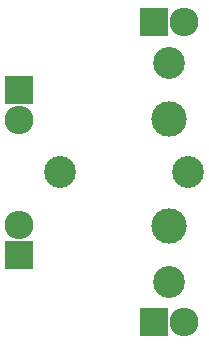
<source format=gts>
%TF.GenerationSoftware,KiCad,Pcbnew,4.1.0-alpha+201609021633+7109~49~ubuntu16.04.1-product*%
%TF.CreationDate,2016-09-14T14:31:16+05:30*%
%TF.ProjectId,OTS2_encA,4F5453325F656E63412E6B696361645F,rev?*%
%TF.FileFunction,Soldermask,Top*%
%FSLAX46Y46*%
G04 Gerber Fmt 4.6, Leading zero omitted, Abs format (unit mm)*
G04 Created by KiCad (PCBNEW 4.1.0-alpha+201609021633+7109~49~ubuntu16.04.1-product) date Wed Sep 14 14:31:16 2016*
%MOMM*%
%LPD*%
G01*
G04 APERTURE LIST*
%ADD10C,0.101600*%
%ADD11C,2.700000*%
%ADD12C,3.000000*%
%ADD13R,2.432000X2.432000*%
%ADD14O,2.432000X2.432000*%
G04 APERTURE END LIST*
D10*
D11*
X44115000Y-91440000D03*
D12*
X42545000Y-86940000D03*
D11*
X42545000Y-82180000D03*
D12*
X42545000Y-95940000D03*
D11*
X42545000Y-100700000D03*
X33285000Y-91440000D03*
D13*
X29845000Y-98425000D03*
D14*
X29845000Y-95885000D03*
D13*
X29845000Y-84455000D03*
D14*
X29845000Y-86995000D03*
D13*
X41275000Y-78740000D03*
D14*
X43815000Y-78740000D03*
D13*
X41275000Y-104140000D03*
D14*
X43815000Y-104140000D03*
M02*

</source>
